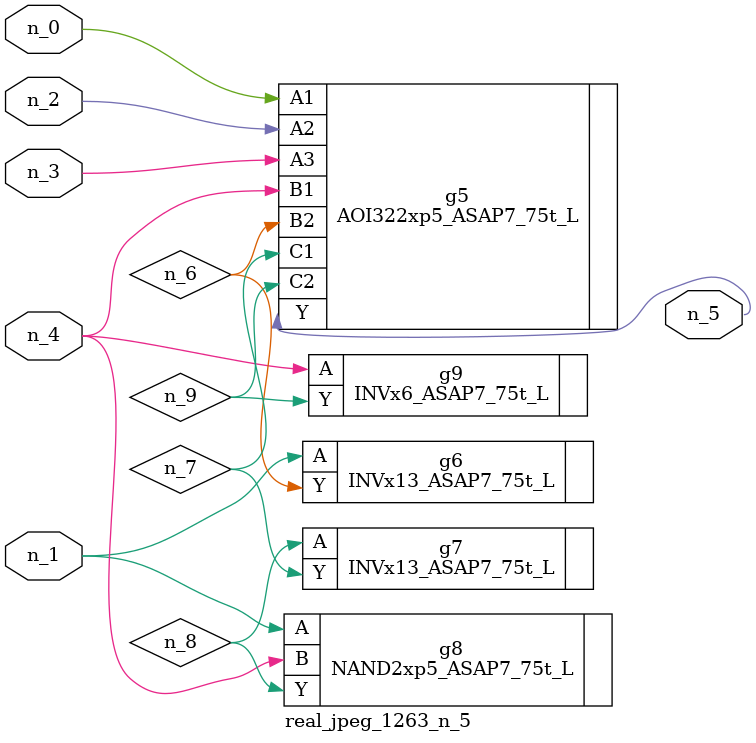
<source format=v>
module real_jpeg_1263_n_5 (n_4, n_0, n_1, n_2, n_3, n_5);

input n_4;
input n_0;
input n_1;
input n_2;
input n_3;

output n_5;

wire n_8;
wire n_6;
wire n_7;
wire n_9;

AOI322xp5_ASAP7_75t_L g5 ( 
.A1(n_0),
.A2(n_2),
.A3(n_3),
.B1(n_4),
.B2(n_6),
.C1(n_7),
.C2(n_9),
.Y(n_5)
);

INVx13_ASAP7_75t_L g6 ( 
.A(n_1),
.Y(n_6)
);

NAND2xp5_ASAP7_75t_L g8 ( 
.A(n_1),
.B(n_4),
.Y(n_8)
);

INVx6_ASAP7_75t_L g9 ( 
.A(n_4),
.Y(n_9)
);

INVx13_ASAP7_75t_L g7 ( 
.A(n_8),
.Y(n_7)
);


endmodule
</source>
